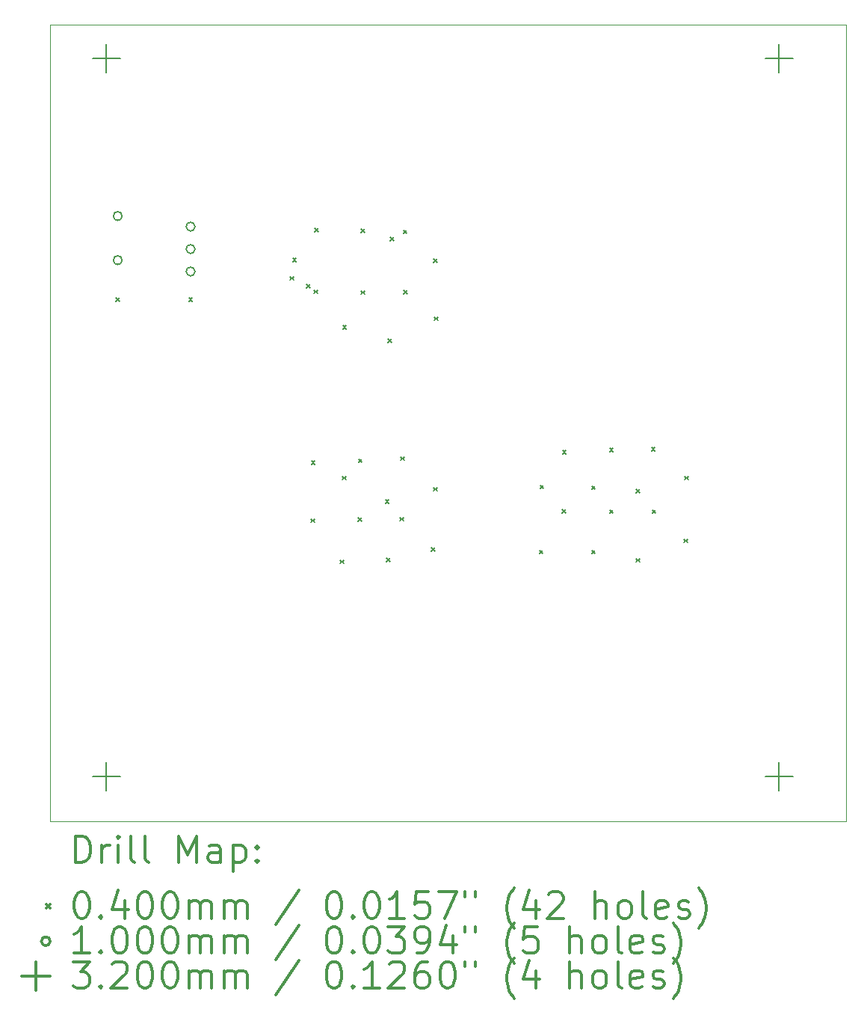
<source format=gbr>
%FSLAX45Y45*%
G04 Gerber Fmt 4.5, Leading zero omitted, Abs format (unit mm)*
G04 Created by KiCad (PCBNEW (5.1.10)-1) date 2023-02-12 14:12:39*
%MOMM*%
%LPD*%
G01*
G04 APERTURE LIST*
%TA.AperFunction,Profile*%
%ADD10C,0.050000*%
%TD*%
%ADD11C,0.200000*%
%ADD12C,0.300000*%
G04 APERTURE END LIST*
D10*
X16256000Y-12954000D02*
X16256000Y-3937000D01*
X16256000Y-12954000D02*
X7239000Y-12954000D01*
X7239000Y-12954000D02*
X7239000Y-3937000D01*
X7239000Y-3937000D02*
X16256000Y-3937000D01*
D11*
X7981000Y-7028500D02*
X8021000Y-7068500D01*
X8021000Y-7028500D02*
X7981000Y-7068500D01*
X8806500Y-7028500D02*
X8846500Y-7068500D01*
X8846500Y-7028500D02*
X8806500Y-7068500D01*
X9952040Y-6787200D02*
X9992040Y-6827200D01*
X9992040Y-6787200D02*
X9952040Y-6827200D01*
X9982520Y-6578920D02*
X10022520Y-6618920D01*
X10022520Y-6578920D02*
X9982520Y-6618920D01*
X10140000Y-6878640D02*
X10180000Y-6918640D01*
X10180000Y-6878640D02*
X10140000Y-6918640D01*
X10190800Y-9530400D02*
X10230800Y-9570400D01*
X10230800Y-9530400D02*
X10190800Y-9570400D01*
X10195880Y-8875080D02*
X10235880Y-8915080D01*
X10235880Y-8875080D02*
X10195880Y-8915080D01*
X10226360Y-6939600D02*
X10266360Y-6979600D01*
X10266360Y-6939600D02*
X10226360Y-6979600D01*
X10231440Y-6243640D02*
X10271440Y-6283640D01*
X10271440Y-6243640D02*
X10231440Y-6283640D01*
X10521000Y-9997760D02*
X10561000Y-10037760D01*
X10561000Y-9997760D02*
X10521000Y-10037760D01*
X10546400Y-9047800D02*
X10586400Y-9087800D01*
X10586400Y-9047800D02*
X10546400Y-9087800D01*
X10551480Y-7340920D02*
X10591480Y-7380920D01*
X10591480Y-7340920D02*
X10551480Y-7380920D01*
X10724200Y-9520240D02*
X10764200Y-9560240D01*
X10764200Y-9520240D02*
X10724200Y-9560240D01*
X10729280Y-8854760D02*
X10769280Y-8894760D01*
X10769280Y-8854760D02*
X10729280Y-8894760D01*
X10759760Y-6248720D02*
X10799760Y-6288720D01*
X10799760Y-6248720D02*
X10759760Y-6288720D01*
X10759760Y-6949760D02*
X10799760Y-6989760D01*
X10799760Y-6949760D02*
X10759760Y-6989760D01*
X11034080Y-9317040D02*
X11074080Y-9357040D01*
X11074080Y-9317040D02*
X11034080Y-9357040D01*
X11044240Y-9977440D02*
X11084240Y-10017440D01*
X11084240Y-9977440D02*
X11044240Y-10017440D01*
X11064560Y-7493320D02*
X11104560Y-7533320D01*
X11104560Y-7493320D02*
X11064560Y-7533320D01*
X11087461Y-6345697D02*
X11127461Y-6385697D01*
X11127461Y-6345697D02*
X11087461Y-6385697D01*
X11196640Y-9515160D02*
X11236640Y-9555160D01*
X11236640Y-9515160D02*
X11196640Y-9555160D01*
X11206800Y-8829360D02*
X11246800Y-8869360D01*
X11246800Y-8829360D02*
X11206800Y-8869360D01*
X11237280Y-6263960D02*
X11277280Y-6303960D01*
X11277280Y-6263960D02*
X11237280Y-6303960D01*
X11242360Y-6944680D02*
X11282360Y-6984680D01*
X11282360Y-6944680D02*
X11242360Y-6984680D01*
X11552240Y-9855520D02*
X11592240Y-9895520D01*
X11592240Y-9855520D02*
X11552240Y-9895520D01*
X11577640Y-6589080D02*
X11617640Y-6629080D01*
X11617640Y-6589080D02*
X11577640Y-6629080D01*
X11577640Y-9174800D02*
X11617640Y-9214800D01*
X11617640Y-9174800D02*
X11577640Y-9214800D01*
X11587800Y-7244400D02*
X11627800Y-7284400D01*
X11627800Y-7244400D02*
X11587800Y-7284400D01*
X12776520Y-9886000D02*
X12816520Y-9926000D01*
X12816520Y-9886000D02*
X12776520Y-9926000D01*
X12786680Y-9149400D02*
X12826680Y-9189400D01*
X12826680Y-9149400D02*
X12786680Y-9189400D01*
X13035600Y-9423720D02*
X13075600Y-9463720D01*
X13075600Y-9423720D02*
X13035600Y-9463720D01*
X13040680Y-8758240D02*
X13080680Y-8798240D01*
X13080680Y-8758240D02*
X13040680Y-8798240D01*
X13370880Y-9159560D02*
X13410880Y-9199560D01*
X13410880Y-9159560D02*
X13370880Y-9199560D01*
X13370880Y-9886000D02*
X13410880Y-9926000D01*
X13410880Y-9886000D02*
X13370880Y-9926000D01*
X13574080Y-8732840D02*
X13614080Y-8772840D01*
X13614080Y-8732840D02*
X13574080Y-8772840D01*
X13574080Y-9428800D02*
X13614080Y-9468800D01*
X13614080Y-9428800D02*
X13574080Y-9468800D01*
X13871625Y-9197295D02*
X13911625Y-9237295D01*
X13911625Y-9197295D02*
X13871625Y-9237295D01*
X13876262Y-9980825D02*
X13916262Y-10020825D01*
X13916262Y-9980825D02*
X13876262Y-10020825D01*
X14046520Y-8722680D02*
X14086520Y-8762680D01*
X14086520Y-8722680D02*
X14046520Y-8762680D01*
X14056680Y-9428800D02*
X14096680Y-9468800D01*
X14096680Y-9428800D02*
X14056680Y-9468800D01*
X14417360Y-9759000D02*
X14457360Y-9799000D01*
X14457360Y-9759000D02*
X14417360Y-9799000D01*
X14422440Y-9047800D02*
X14462440Y-9087800D01*
X14462440Y-9047800D02*
X14422440Y-9087800D01*
X8051000Y-6104000D02*
G75*
G03*
X8051000Y-6104000I-50000J0D01*
G01*
X8051000Y-6604000D02*
G75*
G03*
X8051000Y-6604000I-50000J0D01*
G01*
X8876500Y-6223000D02*
G75*
G03*
X8876500Y-6223000I-50000J0D01*
G01*
X8876500Y-6477000D02*
G75*
G03*
X8876500Y-6477000I-50000J0D01*
G01*
X8876500Y-6731000D02*
G75*
G03*
X8876500Y-6731000I-50000J0D01*
G01*
X7874000Y-4158000D02*
X7874000Y-4478000D01*
X7714000Y-4318000D02*
X8034000Y-4318000D01*
X7874000Y-12286000D02*
X7874000Y-12606000D01*
X7714000Y-12446000D02*
X8034000Y-12446000D01*
X15494000Y-4158000D02*
X15494000Y-4478000D01*
X15334000Y-4318000D02*
X15654000Y-4318000D01*
X15494000Y-12286000D02*
X15494000Y-12606000D01*
X15334000Y-12446000D02*
X15654000Y-12446000D01*
D12*
X7522928Y-13422214D02*
X7522928Y-13122214D01*
X7594357Y-13122214D01*
X7637214Y-13136500D01*
X7665786Y-13165071D01*
X7680071Y-13193643D01*
X7694357Y-13250786D01*
X7694357Y-13293643D01*
X7680071Y-13350786D01*
X7665786Y-13379357D01*
X7637214Y-13407929D01*
X7594357Y-13422214D01*
X7522928Y-13422214D01*
X7822928Y-13422214D02*
X7822928Y-13222214D01*
X7822928Y-13279357D02*
X7837214Y-13250786D01*
X7851500Y-13236500D01*
X7880071Y-13222214D01*
X7908643Y-13222214D01*
X8008643Y-13422214D02*
X8008643Y-13222214D01*
X8008643Y-13122214D02*
X7994357Y-13136500D01*
X8008643Y-13150786D01*
X8022928Y-13136500D01*
X8008643Y-13122214D01*
X8008643Y-13150786D01*
X8194357Y-13422214D02*
X8165786Y-13407929D01*
X8151500Y-13379357D01*
X8151500Y-13122214D01*
X8351500Y-13422214D02*
X8322928Y-13407929D01*
X8308643Y-13379357D01*
X8308643Y-13122214D01*
X8694357Y-13422214D02*
X8694357Y-13122214D01*
X8794357Y-13336500D01*
X8894357Y-13122214D01*
X8894357Y-13422214D01*
X9165786Y-13422214D02*
X9165786Y-13265071D01*
X9151500Y-13236500D01*
X9122928Y-13222214D01*
X9065786Y-13222214D01*
X9037214Y-13236500D01*
X9165786Y-13407929D02*
X9137214Y-13422214D01*
X9065786Y-13422214D01*
X9037214Y-13407929D01*
X9022928Y-13379357D01*
X9022928Y-13350786D01*
X9037214Y-13322214D01*
X9065786Y-13307929D01*
X9137214Y-13307929D01*
X9165786Y-13293643D01*
X9308643Y-13222214D02*
X9308643Y-13522214D01*
X9308643Y-13236500D02*
X9337214Y-13222214D01*
X9394357Y-13222214D01*
X9422928Y-13236500D01*
X9437214Y-13250786D01*
X9451500Y-13279357D01*
X9451500Y-13365071D01*
X9437214Y-13393643D01*
X9422928Y-13407929D01*
X9394357Y-13422214D01*
X9337214Y-13422214D01*
X9308643Y-13407929D01*
X9580071Y-13393643D02*
X9594357Y-13407929D01*
X9580071Y-13422214D01*
X9565786Y-13407929D01*
X9580071Y-13393643D01*
X9580071Y-13422214D01*
X9580071Y-13236500D02*
X9594357Y-13250786D01*
X9580071Y-13265071D01*
X9565786Y-13250786D01*
X9580071Y-13236500D01*
X9580071Y-13265071D01*
X7196500Y-13896500D02*
X7236500Y-13936500D01*
X7236500Y-13896500D02*
X7196500Y-13936500D01*
X7580071Y-13752214D02*
X7608643Y-13752214D01*
X7637214Y-13766500D01*
X7651500Y-13780786D01*
X7665786Y-13809357D01*
X7680071Y-13866500D01*
X7680071Y-13937929D01*
X7665786Y-13995071D01*
X7651500Y-14023643D01*
X7637214Y-14037929D01*
X7608643Y-14052214D01*
X7580071Y-14052214D01*
X7551500Y-14037929D01*
X7537214Y-14023643D01*
X7522928Y-13995071D01*
X7508643Y-13937929D01*
X7508643Y-13866500D01*
X7522928Y-13809357D01*
X7537214Y-13780786D01*
X7551500Y-13766500D01*
X7580071Y-13752214D01*
X7808643Y-14023643D02*
X7822928Y-14037929D01*
X7808643Y-14052214D01*
X7794357Y-14037929D01*
X7808643Y-14023643D01*
X7808643Y-14052214D01*
X8080071Y-13852214D02*
X8080071Y-14052214D01*
X8008643Y-13737929D02*
X7937214Y-13952214D01*
X8122928Y-13952214D01*
X8294357Y-13752214D02*
X8322928Y-13752214D01*
X8351500Y-13766500D01*
X8365786Y-13780786D01*
X8380071Y-13809357D01*
X8394357Y-13866500D01*
X8394357Y-13937929D01*
X8380071Y-13995071D01*
X8365786Y-14023643D01*
X8351500Y-14037929D01*
X8322928Y-14052214D01*
X8294357Y-14052214D01*
X8265786Y-14037929D01*
X8251500Y-14023643D01*
X8237214Y-13995071D01*
X8222928Y-13937929D01*
X8222928Y-13866500D01*
X8237214Y-13809357D01*
X8251500Y-13780786D01*
X8265786Y-13766500D01*
X8294357Y-13752214D01*
X8580071Y-13752214D02*
X8608643Y-13752214D01*
X8637214Y-13766500D01*
X8651500Y-13780786D01*
X8665786Y-13809357D01*
X8680071Y-13866500D01*
X8680071Y-13937929D01*
X8665786Y-13995071D01*
X8651500Y-14023643D01*
X8637214Y-14037929D01*
X8608643Y-14052214D01*
X8580071Y-14052214D01*
X8551500Y-14037929D01*
X8537214Y-14023643D01*
X8522928Y-13995071D01*
X8508643Y-13937929D01*
X8508643Y-13866500D01*
X8522928Y-13809357D01*
X8537214Y-13780786D01*
X8551500Y-13766500D01*
X8580071Y-13752214D01*
X8808643Y-14052214D02*
X8808643Y-13852214D01*
X8808643Y-13880786D02*
X8822928Y-13866500D01*
X8851500Y-13852214D01*
X8894357Y-13852214D01*
X8922928Y-13866500D01*
X8937214Y-13895071D01*
X8937214Y-14052214D01*
X8937214Y-13895071D02*
X8951500Y-13866500D01*
X8980071Y-13852214D01*
X9022928Y-13852214D01*
X9051500Y-13866500D01*
X9065786Y-13895071D01*
X9065786Y-14052214D01*
X9208643Y-14052214D02*
X9208643Y-13852214D01*
X9208643Y-13880786D02*
X9222928Y-13866500D01*
X9251500Y-13852214D01*
X9294357Y-13852214D01*
X9322928Y-13866500D01*
X9337214Y-13895071D01*
X9337214Y-14052214D01*
X9337214Y-13895071D02*
X9351500Y-13866500D01*
X9380071Y-13852214D01*
X9422928Y-13852214D01*
X9451500Y-13866500D01*
X9465786Y-13895071D01*
X9465786Y-14052214D01*
X10051500Y-13737929D02*
X9794357Y-14123643D01*
X10437214Y-13752214D02*
X10465786Y-13752214D01*
X10494357Y-13766500D01*
X10508643Y-13780786D01*
X10522928Y-13809357D01*
X10537214Y-13866500D01*
X10537214Y-13937929D01*
X10522928Y-13995071D01*
X10508643Y-14023643D01*
X10494357Y-14037929D01*
X10465786Y-14052214D01*
X10437214Y-14052214D01*
X10408643Y-14037929D01*
X10394357Y-14023643D01*
X10380071Y-13995071D01*
X10365786Y-13937929D01*
X10365786Y-13866500D01*
X10380071Y-13809357D01*
X10394357Y-13780786D01*
X10408643Y-13766500D01*
X10437214Y-13752214D01*
X10665786Y-14023643D02*
X10680071Y-14037929D01*
X10665786Y-14052214D01*
X10651500Y-14037929D01*
X10665786Y-14023643D01*
X10665786Y-14052214D01*
X10865786Y-13752214D02*
X10894357Y-13752214D01*
X10922928Y-13766500D01*
X10937214Y-13780786D01*
X10951500Y-13809357D01*
X10965786Y-13866500D01*
X10965786Y-13937929D01*
X10951500Y-13995071D01*
X10937214Y-14023643D01*
X10922928Y-14037929D01*
X10894357Y-14052214D01*
X10865786Y-14052214D01*
X10837214Y-14037929D01*
X10822928Y-14023643D01*
X10808643Y-13995071D01*
X10794357Y-13937929D01*
X10794357Y-13866500D01*
X10808643Y-13809357D01*
X10822928Y-13780786D01*
X10837214Y-13766500D01*
X10865786Y-13752214D01*
X11251500Y-14052214D02*
X11080071Y-14052214D01*
X11165786Y-14052214D02*
X11165786Y-13752214D01*
X11137214Y-13795071D01*
X11108643Y-13823643D01*
X11080071Y-13837929D01*
X11522928Y-13752214D02*
X11380071Y-13752214D01*
X11365786Y-13895071D01*
X11380071Y-13880786D01*
X11408643Y-13866500D01*
X11480071Y-13866500D01*
X11508643Y-13880786D01*
X11522928Y-13895071D01*
X11537214Y-13923643D01*
X11537214Y-13995071D01*
X11522928Y-14023643D01*
X11508643Y-14037929D01*
X11480071Y-14052214D01*
X11408643Y-14052214D01*
X11380071Y-14037929D01*
X11365786Y-14023643D01*
X11637214Y-13752214D02*
X11837214Y-13752214D01*
X11708643Y-14052214D01*
X11937214Y-13752214D02*
X11937214Y-13809357D01*
X12051500Y-13752214D02*
X12051500Y-13809357D01*
X12494357Y-14166500D02*
X12480071Y-14152214D01*
X12451500Y-14109357D01*
X12437214Y-14080786D01*
X12422928Y-14037929D01*
X12408643Y-13966500D01*
X12408643Y-13909357D01*
X12422928Y-13837929D01*
X12437214Y-13795071D01*
X12451500Y-13766500D01*
X12480071Y-13723643D01*
X12494357Y-13709357D01*
X12737214Y-13852214D02*
X12737214Y-14052214D01*
X12665786Y-13737929D02*
X12594357Y-13952214D01*
X12780071Y-13952214D01*
X12880071Y-13780786D02*
X12894357Y-13766500D01*
X12922928Y-13752214D01*
X12994357Y-13752214D01*
X13022928Y-13766500D01*
X13037214Y-13780786D01*
X13051500Y-13809357D01*
X13051500Y-13837929D01*
X13037214Y-13880786D01*
X12865786Y-14052214D01*
X13051500Y-14052214D01*
X13408643Y-14052214D02*
X13408643Y-13752214D01*
X13537214Y-14052214D02*
X13537214Y-13895071D01*
X13522928Y-13866500D01*
X13494357Y-13852214D01*
X13451500Y-13852214D01*
X13422928Y-13866500D01*
X13408643Y-13880786D01*
X13722928Y-14052214D02*
X13694357Y-14037929D01*
X13680071Y-14023643D01*
X13665786Y-13995071D01*
X13665786Y-13909357D01*
X13680071Y-13880786D01*
X13694357Y-13866500D01*
X13722928Y-13852214D01*
X13765786Y-13852214D01*
X13794357Y-13866500D01*
X13808643Y-13880786D01*
X13822928Y-13909357D01*
X13822928Y-13995071D01*
X13808643Y-14023643D01*
X13794357Y-14037929D01*
X13765786Y-14052214D01*
X13722928Y-14052214D01*
X13994357Y-14052214D02*
X13965786Y-14037929D01*
X13951500Y-14009357D01*
X13951500Y-13752214D01*
X14222928Y-14037929D02*
X14194357Y-14052214D01*
X14137214Y-14052214D01*
X14108643Y-14037929D01*
X14094357Y-14009357D01*
X14094357Y-13895071D01*
X14108643Y-13866500D01*
X14137214Y-13852214D01*
X14194357Y-13852214D01*
X14222928Y-13866500D01*
X14237214Y-13895071D01*
X14237214Y-13923643D01*
X14094357Y-13952214D01*
X14351500Y-14037929D02*
X14380071Y-14052214D01*
X14437214Y-14052214D01*
X14465786Y-14037929D01*
X14480071Y-14009357D01*
X14480071Y-13995071D01*
X14465786Y-13966500D01*
X14437214Y-13952214D01*
X14394357Y-13952214D01*
X14365786Y-13937929D01*
X14351500Y-13909357D01*
X14351500Y-13895071D01*
X14365786Y-13866500D01*
X14394357Y-13852214D01*
X14437214Y-13852214D01*
X14465786Y-13866500D01*
X14580071Y-14166500D02*
X14594357Y-14152214D01*
X14622928Y-14109357D01*
X14637214Y-14080786D01*
X14651500Y-14037929D01*
X14665786Y-13966500D01*
X14665786Y-13909357D01*
X14651500Y-13837929D01*
X14637214Y-13795071D01*
X14622928Y-13766500D01*
X14594357Y-13723643D01*
X14580071Y-13709357D01*
X7236500Y-14312500D02*
G75*
G03*
X7236500Y-14312500I-50000J0D01*
G01*
X7680071Y-14448214D02*
X7508643Y-14448214D01*
X7594357Y-14448214D02*
X7594357Y-14148214D01*
X7565786Y-14191071D01*
X7537214Y-14219643D01*
X7508643Y-14233929D01*
X7808643Y-14419643D02*
X7822928Y-14433929D01*
X7808643Y-14448214D01*
X7794357Y-14433929D01*
X7808643Y-14419643D01*
X7808643Y-14448214D01*
X8008643Y-14148214D02*
X8037214Y-14148214D01*
X8065786Y-14162500D01*
X8080071Y-14176786D01*
X8094357Y-14205357D01*
X8108643Y-14262500D01*
X8108643Y-14333929D01*
X8094357Y-14391071D01*
X8080071Y-14419643D01*
X8065786Y-14433929D01*
X8037214Y-14448214D01*
X8008643Y-14448214D01*
X7980071Y-14433929D01*
X7965786Y-14419643D01*
X7951500Y-14391071D01*
X7937214Y-14333929D01*
X7937214Y-14262500D01*
X7951500Y-14205357D01*
X7965786Y-14176786D01*
X7980071Y-14162500D01*
X8008643Y-14148214D01*
X8294357Y-14148214D02*
X8322928Y-14148214D01*
X8351500Y-14162500D01*
X8365786Y-14176786D01*
X8380071Y-14205357D01*
X8394357Y-14262500D01*
X8394357Y-14333929D01*
X8380071Y-14391071D01*
X8365786Y-14419643D01*
X8351500Y-14433929D01*
X8322928Y-14448214D01*
X8294357Y-14448214D01*
X8265786Y-14433929D01*
X8251500Y-14419643D01*
X8237214Y-14391071D01*
X8222928Y-14333929D01*
X8222928Y-14262500D01*
X8237214Y-14205357D01*
X8251500Y-14176786D01*
X8265786Y-14162500D01*
X8294357Y-14148214D01*
X8580071Y-14148214D02*
X8608643Y-14148214D01*
X8637214Y-14162500D01*
X8651500Y-14176786D01*
X8665786Y-14205357D01*
X8680071Y-14262500D01*
X8680071Y-14333929D01*
X8665786Y-14391071D01*
X8651500Y-14419643D01*
X8637214Y-14433929D01*
X8608643Y-14448214D01*
X8580071Y-14448214D01*
X8551500Y-14433929D01*
X8537214Y-14419643D01*
X8522928Y-14391071D01*
X8508643Y-14333929D01*
X8508643Y-14262500D01*
X8522928Y-14205357D01*
X8537214Y-14176786D01*
X8551500Y-14162500D01*
X8580071Y-14148214D01*
X8808643Y-14448214D02*
X8808643Y-14248214D01*
X8808643Y-14276786D02*
X8822928Y-14262500D01*
X8851500Y-14248214D01*
X8894357Y-14248214D01*
X8922928Y-14262500D01*
X8937214Y-14291071D01*
X8937214Y-14448214D01*
X8937214Y-14291071D02*
X8951500Y-14262500D01*
X8980071Y-14248214D01*
X9022928Y-14248214D01*
X9051500Y-14262500D01*
X9065786Y-14291071D01*
X9065786Y-14448214D01*
X9208643Y-14448214D02*
X9208643Y-14248214D01*
X9208643Y-14276786D02*
X9222928Y-14262500D01*
X9251500Y-14248214D01*
X9294357Y-14248214D01*
X9322928Y-14262500D01*
X9337214Y-14291071D01*
X9337214Y-14448214D01*
X9337214Y-14291071D02*
X9351500Y-14262500D01*
X9380071Y-14248214D01*
X9422928Y-14248214D01*
X9451500Y-14262500D01*
X9465786Y-14291071D01*
X9465786Y-14448214D01*
X10051500Y-14133929D02*
X9794357Y-14519643D01*
X10437214Y-14148214D02*
X10465786Y-14148214D01*
X10494357Y-14162500D01*
X10508643Y-14176786D01*
X10522928Y-14205357D01*
X10537214Y-14262500D01*
X10537214Y-14333929D01*
X10522928Y-14391071D01*
X10508643Y-14419643D01*
X10494357Y-14433929D01*
X10465786Y-14448214D01*
X10437214Y-14448214D01*
X10408643Y-14433929D01*
X10394357Y-14419643D01*
X10380071Y-14391071D01*
X10365786Y-14333929D01*
X10365786Y-14262500D01*
X10380071Y-14205357D01*
X10394357Y-14176786D01*
X10408643Y-14162500D01*
X10437214Y-14148214D01*
X10665786Y-14419643D02*
X10680071Y-14433929D01*
X10665786Y-14448214D01*
X10651500Y-14433929D01*
X10665786Y-14419643D01*
X10665786Y-14448214D01*
X10865786Y-14148214D02*
X10894357Y-14148214D01*
X10922928Y-14162500D01*
X10937214Y-14176786D01*
X10951500Y-14205357D01*
X10965786Y-14262500D01*
X10965786Y-14333929D01*
X10951500Y-14391071D01*
X10937214Y-14419643D01*
X10922928Y-14433929D01*
X10894357Y-14448214D01*
X10865786Y-14448214D01*
X10837214Y-14433929D01*
X10822928Y-14419643D01*
X10808643Y-14391071D01*
X10794357Y-14333929D01*
X10794357Y-14262500D01*
X10808643Y-14205357D01*
X10822928Y-14176786D01*
X10837214Y-14162500D01*
X10865786Y-14148214D01*
X11065786Y-14148214D02*
X11251500Y-14148214D01*
X11151500Y-14262500D01*
X11194357Y-14262500D01*
X11222928Y-14276786D01*
X11237214Y-14291071D01*
X11251500Y-14319643D01*
X11251500Y-14391071D01*
X11237214Y-14419643D01*
X11222928Y-14433929D01*
X11194357Y-14448214D01*
X11108643Y-14448214D01*
X11080071Y-14433929D01*
X11065786Y-14419643D01*
X11394357Y-14448214D02*
X11451500Y-14448214D01*
X11480071Y-14433929D01*
X11494357Y-14419643D01*
X11522928Y-14376786D01*
X11537214Y-14319643D01*
X11537214Y-14205357D01*
X11522928Y-14176786D01*
X11508643Y-14162500D01*
X11480071Y-14148214D01*
X11422928Y-14148214D01*
X11394357Y-14162500D01*
X11380071Y-14176786D01*
X11365786Y-14205357D01*
X11365786Y-14276786D01*
X11380071Y-14305357D01*
X11394357Y-14319643D01*
X11422928Y-14333929D01*
X11480071Y-14333929D01*
X11508643Y-14319643D01*
X11522928Y-14305357D01*
X11537214Y-14276786D01*
X11794357Y-14248214D02*
X11794357Y-14448214D01*
X11722928Y-14133929D02*
X11651500Y-14348214D01*
X11837214Y-14348214D01*
X11937214Y-14148214D02*
X11937214Y-14205357D01*
X12051500Y-14148214D02*
X12051500Y-14205357D01*
X12494357Y-14562500D02*
X12480071Y-14548214D01*
X12451500Y-14505357D01*
X12437214Y-14476786D01*
X12422928Y-14433929D01*
X12408643Y-14362500D01*
X12408643Y-14305357D01*
X12422928Y-14233929D01*
X12437214Y-14191071D01*
X12451500Y-14162500D01*
X12480071Y-14119643D01*
X12494357Y-14105357D01*
X12751500Y-14148214D02*
X12608643Y-14148214D01*
X12594357Y-14291071D01*
X12608643Y-14276786D01*
X12637214Y-14262500D01*
X12708643Y-14262500D01*
X12737214Y-14276786D01*
X12751500Y-14291071D01*
X12765786Y-14319643D01*
X12765786Y-14391071D01*
X12751500Y-14419643D01*
X12737214Y-14433929D01*
X12708643Y-14448214D01*
X12637214Y-14448214D01*
X12608643Y-14433929D01*
X12594357Y-14419643D01*
X13122928Y-14448214D02*
X13122928Y-14148214D01*
X13251500Y-14448214D02*
X13251500Y-14291071D01*
X13237214Y-14262500D01*
X13208643Y-14248214D01*
X13165786Y-14248214D01*
X13137214Y-14262500D01*
X13122928Y-14276786D01*
X13437214Y-14448214D02*
X13408643Y-14433929D01*
X13394357Y-14419643D01*
X13380071Y-14391071D01*
X13380071Y-14305357D01*
X13394357Y-14276786D01*
X13408643Y-14262500D01*
X13437214Y-14248214D01*
X13480071Y-14248214D01*
X13508643Y-14262500D01*
X13522928Y-14276786D01*
X13537214Y-14305357D01*
X13537214Y-14391071D01*
X13522928Y-14419643D01*
X13508643Y-14433929D01*
X13480071Y-14448214D01*
X13437214Y-14448214D01*
X13708643Y-14448214D02*
X13680071Y-14433929D01*
X13665786Y-14405357D01*
X13665786Y-14148214D01*
X13937214Y-14433929D02*
X13908643Y-14448214D01*
X13851500Y-14448214D01*
X13822928Y-14433929D01*
X13808643Y-14405357D01*
X13808643Y-14291071D01*
X13822928Y-14262500D01*
X13851500Y-14248214D01*
X13908643Y-14248214D01*
X13937214Y-14262500D01*
X13951500Y-14291071D01*
X13951500Y-14319643D01*
X13808643Y-14348214D01*
X14065786Y-14433929D02*
X14094357Y-14448214D01*
X14151500Y-14448214D01*
X14180071Y-14433929D01*
X14194357Y-14405357D01*
X14194357Y-14391071D01*
X14180071Y-14362500D01*
X14151500Y-14348214D01*
X14108643Y-14348214D01*
X14080071Y-14333929D01*
X14065786Y-14305357D01*
X14065786Y-14291071D01*
X14080071Y-14262500D01*
X14108643Y-14248214D01*
X14151500Y-14248214D01*
X14180071Y-14262500D01*
X14294357Y-14562500D02*
X14308643Y-14548214D01*
X14337214Y-14505357D01*
X14351500Y-14476786D01*
X14365786Y-14433929D01*
X14380071Y-14362500D01*
X14380071Y-14305357D01*
X14365786Y-14233929D01*
X14351500Y-14191071D01*
X14337214Y-14162500D01*
X14308643Y-14119643D01*
X14294357Y-14105357D01*
X7076500Y-14548500D02*
X7076500Y-14868500D01*
X6916500Y-14708500D02*
X7236500Y-14708500D01*
X7494357Y-14544214D02*
X7680071Y-14544214D01*
X7580071Y-14658500D01*
X7622928Y-14658500D01*
X7651500Y-14672786D01*
X7665786Y-14687071D01*
X7680071Y-14715643D01*
X7680071Y-14787071D01*
X7665786Y-14815643D01*
X7651500Y-14829929D01*
X7622928Y-14844214D01*
X7537214Y-14844214D01*
X7508643Y-14829929D01*
X7494357Y-14815643D01*
X7808643Y-14815643D02*
X7822928Y-14829929D01*
X7808643Y-14844214D01*
X7794357Y-14829929D01*
X7808643Y-14815643D01*
X7808643Y-14844214D01*
X7937214Y-14572786D02*
X7951500Y-14558500D01*
X7980071Y-14544214D01*
X8051500Y-14544214D01*
X8080071Y-14558500D01*
X8094357Y-14572786D01*
X8108643Y-14601357D01*
X8108643Y-14629929D01*
X8094357Y-14672786D01*
X7922928Y-14844214D01*
X8108643Y-14844214D01*
X8294357Y-14544214D02*
X8322928Y-14544214D01*
X8351500Y-14558500D01*
X8365786Y-14572786D01*
X8380071Y-14601357D01*
X8394357Y-14658500D01*
X8394357Y-14729929D01*
X8380071Y-14787071D01*
X8365786Y-14815643D01*
X8351500Y-14829929D01*
X8322928Y-14844214D01*
X8294357Y-14844214D01*
X8265786Y-14829929D01*
X8251500Y-14815643D01*
X8237214Y-14787071D01*
X8222928Y-14729929D01*
X8222928Y-14658500D01*
X8237214Y-14601357D01*
X8251500Y-14572786D01*
X8265786Y-14558500D01*
X8294357Y-14544214D01*
X8580071Y-14544214D02*
X8608643Y-14544214D01*
X8637214Y-14558500D01*
X8651500Y-14572786D01*
X8665786Y-14601357D01*
X8680071Y-14658500D01*
X8680071Y-14729929D01*
X8665786Y-14787071D01*
X8651500Y-14815643D01*
X8637214Y-14829929D01*
X8608643Y-14844214D01*
X8580071Y-14844214D01*
X8551500Y-14829929D01*
X8537214Y-14815643D01*
X8522928Y-14787071D01*
X8508643Y-14729929D01*
X8508643Y-14658500D01*
X8522928Y-14601357D01*
X8537214Y-14572786D01*
X8551500Y-14558500D01*
X8580071Y-14544214D01*
X8808643Y-14844214D02*
X8808643Y-14644214D01*
X8808643Y-14672786D02*
X8822928Y-14658500D01*
X8851500Y-14644214D01*
X8894357Y-14644214D01*
X8922928Y-14658500D01*
X8937214Y-14687071D01*
X8937214Y-14844214D01*
X8937214Y-14687071D02*
X8951500Y-14658500D01*
X8980071Y-14644214D01*
X9022928Y-14644214D01*
X9051500Y-14658500D01*
X9065786Y-14687071D01*
X9065786Y-14844214D01*
X9208643Y-14844214D02*
X9208643Y-14644214D01*
X9208643Y-14672786D02*
X9222928Y-14658500D01*
X9251500Y-14644214D01*
X9294357Y-14644214D01*
X9322928Y-14658500D01*
X9337214Y-14687071D01*
X9337214Y-14844214D01*
X9337214Y-14687071D02*
X9351500Y-14658500D01*
X9380071Y-14644214D01*
X9422928Y-14644214D01*
X9451500Y-14658500D01*
X9465786Y-14687071D01*
X9465786Y-14844214D01*
X10051500Y-14529929D02*
X9794357Y-14915643D01*
X10437214Y-14544214D02*
X10465786Y-14544214D01*
X10494357Y-14558500D01*
X10508643Y-14572786D01*
X10522928Y-14601357D01*
X10537214Y-14658500D01*
X10537214Y-14729929D01*
X10522928Y-14787071D01*
X10508643Y-14815643D01*
X10494357Y-14829929D01*
X10465786Y-14844214D01*
X10437214Y-14844214D01*
X10408643Y-14829929D01*
X10394357Y-14815643D01*
X10380071Y-14787071D01*
X10365786Y-14729929D01*
X10365786Y-14658500D01*
X10380071Y-14601357D01*
X10394357Y-14572786D01*
X10408643Y-14558500D01*
X10437214Y-14544214D01*
X10665786Y-14815643D02*
X10680071Y-14829929D01*
X10665786Y-14844214D01*
X10651500Y-14829929D01*
X10665786Y-14815643D01*
X10665786Y-14844214D01*
X10965786Y-14844214D02*
X10794357Y-14844214D01*
X10880071Y-14844214D02*
X10880071Y-14544214D01*
X10851500Y-14587071D01*
X10822928Y-14615643D01*
X10794357Y-14629929D01*
X11080071Y-14572786D02*
X11094357Y-14558500D01*
X11122928Y-14544214D01*
X11194357Y-14544214D01*
X11222928Y-14558500D01*
X11237214Y-14572786D01*
X11251500Y-14601357D01*
X11251500Y-14629929D01*
X11237214Y-14672786D01*
X11065786Y-14844214D01*
X11251500Y-14844214D01*
X11508643Y-14544214D02*
X11451500Y-14544214D01*
X11422928Y-14558500D01*
X11408643Y-14572786D01*
X11380071Y-14615643D01*
X11365786Y-14672786D01*
X11365786Y-14787071D01*
X11380071Y-14815643D01*
X11394357Y-14829929D01*
X11422928Y-14844214D01*
X11480071Y-14844214D01*
X11508643Y-14829929D01*
X11522928Y-14815643D01*
X11537214Y-14787071D01*
X11537214Y-14715643D01*
X11522928Y-14687071D01*
X11508643Y-14672786D01*
X11480071Y-14658500D01*
X11422928Y-14658500D01*
X11394357Y-14672786D01*
X11380071Y-14687071D01*
X11365786Y-14715643D01*
X11722928Y-14544214D02*
X11751500Y-14544214D01*
X11780071Y-14558500D01*
X11794357Y-14572786D01*
X11808643Y-14601357D01*
X11822928Y-14658500D01*
X11822928Y-14729929D01*
X11808643Y-14787071D01*
X11794357Y-14815643D01*
X11780071Y-14829929D01*
X11751500Y-14844214D01*
X11722928Y-14844214D01*
X11694357Y-14829929D01*
X11680071Y-14815643D01*
X11665786Y-14787071D01*
X11651500Y-14729929D01*
X11651500Y-14658500D01*
X11665786Y-14601357D01*
X11680071Y-14572786D01*
X11694357Y-14558500D01*
X11722928Y-14544214D01*
X11937214Y-14544214D02*
X11937214Y-14601357D01*
X12051500Y-14544214D02*
X12051500Y-14601357D01*
X12494357Y-14958500D02*
X12480071Y-14944214D01*
X12451500Y-14901357D01*
X12437214Y-14872786D01*
X12422928Y-14829929D01*
X12408643Y-14758500D01*
X12408643Y-14701357D01*
X12422928Y-14629929D01*
X12437214Y-14587071D01*
X12451500Y-14558500D01*
X12480071Y-14515643D01*
X12494357Y-14501357D01*
X12737214Y-14644214D02*
X12737214Y-14844214D01*
X12665786Y-14529929D02*
X12594357Y-14744214D01*
X12780071Y-14744214D01*
X13122928Y-14844214D02*
X13122928Y-14544214D01*
X13251500Y-14844214D02*
X13251500Y-14687071D01*
X13237214Y-14658500D01*
X13208643Y-14644214D01*
X13165786Y-14644214D01*
X13137214Y-14658500D01*
X13122928Y-14672786D01*
X13437214Y-14844214D02*
X13408643Y-14829929D01*
X13394357Y-14815643D01*
X13380071Y-14787071D01*
X13380071Y-14701357D01*
X13394357Y-14672786D01*
X13408643Y-14658500D01*
X13437214Y-14644214D01*
X13480071Y-14644214D01*
X13508643Y-14658500D01*
X13522928Y-14672786D01*
X13537214Y-14701357D01*
X13537214Y-14787071D01*
X13522928Y-14815643D01*
X13508643Y-14829929D01*
X13480071Y-14844214D01*
X13437214Y-14844214D01*
X13708643Y-14844214D02*
X13680071Y-14829929D01*
X13665786Y-14801357D01*
X13665786Y-14544214D01*
X13937214Y-14829929D02*
X13908643Y-14844214D01*
X13851500Y-14844214D01*
X13822928Y-14829929D01*
X13808643Y-14801357D01*
X13808643Y-14687071D01*
X13822928Y-14658500D01*
X13851500Y-14644214D01*
X13908643Y-14644214D01*
X13937214Y-14658500D01*
X13951500Y-14687071D01*
X13951500Y-14715643D01*
X13808643Y-14744214D01*
X14065786Y-14829929D02*
X14094357Y-14844214D01*
X14151500Y-14844214D01*
X14180071Y-14829929D01*
X14194357Y-14801357D01*
X14194357Y-14787071D01*
X14180071Y-14758500D01*
X14151500Y-14744214D01*
X14108643Y-14744214D01*
X14080071Y-14729929D01*
X14065786Y-14701357D01*
X14065786Y-14687071D01*
X14080071Y-14658500D01*
X14108643Y-14644214D01*
X14151500Y-14644214D01*
X14180071Y-14658500D01*
X14294357Y-14958500D02*
X14308643Y-14944214D01*
X14337214Y-14901357D01*
X14351500Y-14872786D01*
X14365786Y-14829929D01*
X14380071Y-14758500D01*
X14380071Y-14701357D01*
X14365786Y-14629929D01*
X14351500Y-14587071D01*
X14337214Y-14558500D01*
X14308643Y-14515643D01*
X14294357Y-14501357D01*
M02*

</source>
